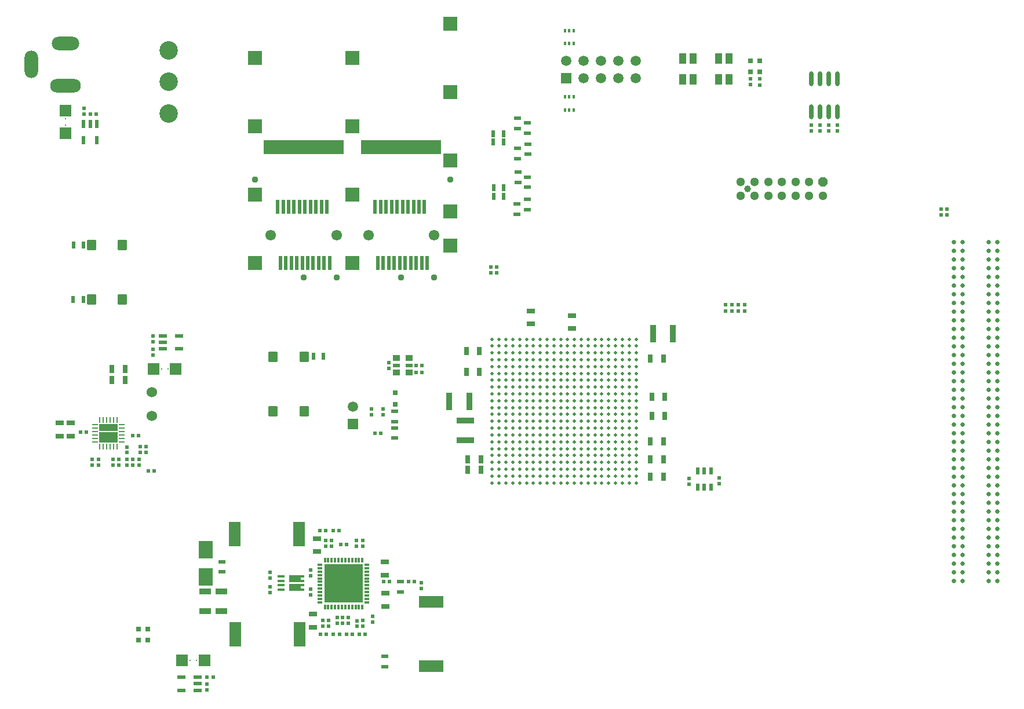
<source format=gbr>
%FSTAX23Y23*%
%MOIN*%
%SFA1B1*%

%IPPOS*%
%AMD22*
4,1,8,-0.025600,0.026700,-0.025600,-0.026700,-0.021800,-0.030500,0.021800,-0.030500,0.025600,-0.026700,0.025600,0.026700,0.021800,0.030500,-0.021800,0.030500,-0.025600,0.026700,0.0*
1,1,0.007677,-0.021800,0.026700*
1,1,0.007677,-0.021800,-0.026700*
1,1,0.007677,0.021800,-0.026700*
1,1,0.007677,0.021800,0.026700*
%
%AMD77*
4,1,8,-0.012800,-0.025600,0.012800,-0.025600,0.025600,-0.012800,0.025600,0.012800,0.012800,0.025600,-0.012800,0.025600,-0.025600,0.012800,-0.025600,-0.012800,-0.012800,-0.025600,0.0*
%
%ADD12C,0.019685*%
%ADD13C,0.025000*%
%ADD14R,0.039370X0.023622*%
%ADD15R,0.023622X0.039370*%
%ADD16R,0.016535X0.023622*%
%ADD17O,0.016535X0.023622*%
%ADD18R,0.023622X0.021654*%
%ADD19R,0.023622X0.043307*%
%ADD20R,0.021654X0.023622*%
%ADD21R,0.031496X0.031496*%
G04~CAMADD=22~8~0.0~0.0~610.2~511.8~38.4~0.0~15~0.0~0.0~0.0~0.0~0~0.0~0.0~0.0~0.0~0~0.0~0.0~0.0~90.0~512.0~610.0*
%ADD22D22*%
%ADD23R,0.027559X0.051181*%
%ADD24R,0.019685X0.078740*%
%ADD25R,0.035433X0.102362*%
%ADD26R,0.043307X0.059055*%
%ADD27R,0.039370X0.035433*%
%ADD28R,0.039370X0.019685*%
%ADD29R,0.051181X0.027559*%
%ADD30R,0.066929X0.035433*%
%ADD31R,0.029921X0.015945*%
%ADD32R,0.038976X0.015945*%
%ADD33R,0.067913X0.038976*%
%ADD34O,0.023622X0.086614*%
%ADD35R,0.140157X0.070079*%
%ADD36R,0.078740X0.098425*%
%ADD37R,0.070079X0.140157*%
%ADD38R,0.102362X0.035433*%
%ADD39R,0.220472X0.220472*%
%ADD40R,0.011811X0.029716*%
%ADD41R,0.029716X0.011811*%
%ADD42R,0.051181X0.021654*%
%ADD43R,0.066929X0.070866*%
%ADD44R,0.010000X0.010000*%
%ADD45R,0.070866X0.066929*%
%ADD46R,0.010000X0.010000*%
%ADD47R,0.021654X0.051181*%
%ADD48R,0.031685X0.009843*%
%ADD49R,0.009843X0.031685*%
%ADD50R,0.106299X0.059055*%
%ADD51R,0.106299X0.041339*%
%ADD52R,0.464566X0.078740*%
%ADD75C,0.039370*%
%ADD76C,0.051181*%
G04~CAMADD=77~4~0.0~0.0~511.8~511.8~0.0~128.0~0~0.0~0.0~0.0~0.0~0~0.0~0.0~0.0~0.0~0~0.0~0.0~0.0~180.0~512.0~512.0*
%ADD77D77*%
%ADD78C,0.059055*%
%ADD79C,0.059055*%
%ADD80O,0.078740X0.157480*%
%ADD81O,0.157480X0.078740*%
%ADD82O,0.177165X0.078740*%
%ADD83R,0.059055X0.059055*%
%ADD84R,0.059055X0.059055*%
%ADD85C,0.106299*%
%ADD86C,0.060000*%
%ADD87C,0.061024*%
%ADD88C,0.037401*%
%ADD89R,0.078740X0.078740*%
%LNatfc_pads_top-1*%
%LPD*%
G54D12*
X03777Y03563D03*
Y03602D03*
Y02775D03*
Y02814D03*
X03501Y02972D03*
Y03011D03*
Y03051D03*
Y0309D03*
Y02775D03*
Y02814D03*
Y03169D03*
Y03208D03*
Y03563D03*
Y03602D03*
X03698Y02854D03*
X03501Y03248D03*
Y03287D03*
Y02854D03*
Y02893D03*
X03698Y03563D03*
Y03602D03*
X0354Y02933D03*
Y02972D03*
X03501Y03366D03*
Y03405D03*
X0354Y02775D03*
X03619Y03563D03*
Y03602D03*
X04328Y02775D03*
X04289D03*
X04249D03*
X0421D03*
X0417D03*
X04131D03*
X04092D03*
X04052D03*
X04013D03*
X03974D03*
X03934D03*
X03895D03*
X03855D03*
X03816D03*
X03737D03*
X03698D03*
X03659D03*
X03619D03*
X0358D03*
X04328Y02814D03*
X04289D03*
X04249D03*
X0421D03*
X0417D03*
X04131D03*
X04092D03*
X04052D03*
X04013D03*
X03974D03*
X03934D03*
X03895D03*
X03855D03*
X03816D03*
X03737D03*
X03698D03*
X03659D03*
X03619D03*
X0358D03*
X0354D03*
X04328Y02854D03*
X04289D03*
X04249D03*
X0421D03*
X0417D03*
X04131D03*
X04092D03*
X04052D03*
X04013D03*
X03974D03*
X03934D03*
X03895D03*
X03855D03*
X03816D03*
X03777D03*
X03737D03*
X03659D03*
X03619D03*
X0358D03*
X0354D03*
X04328Y02893D03*
X04289D03*
X04249D03*
X0421D03*
X0417D03*
X04131D03*
X04092D03*
X04052D03*
X04013D03*
X03974D03*
X03934D03*
X03895D03*
X03855D03*
X03816D03*
X03777D03*
X03737D03*
X03698D03*
X03659D03*
X03619D03*
X0358D03*
X0354D03*
X04328Y02933D03*
X04289D03*
X04249D03*
X0421D03*
X0417D03*
X04131D03*
X04092D03*
X04052D03*
X04013D03*
X03974D03*
X03934D03*
X03895D03*
X03855D03*
X03816D03*
X03777D03*
X03737D03*
X03698D03*
X03619D03*
X0358D03*
X03501D03*
X04328Y02972D03*
X04289D03*
X04249D03*
X0421D03*
X0417D03*
X04131D03*
X04092D03*
X04052D03*
X04013D03*
X03974D03*
X03934D03*
X03895D03*
X03855D03*
X03816D03*
X03777D03*
X03737D03*
X03659D03*
X03619D03*
X0358D03*
X04328Y03011D03*
X04289D03*
X04249D03*
X0421D03*
X0417D03*
X04131D03*
X04092D03*
X04052D03*
X04013D03*
X03974D03*
X03934D03*
X03895D03*
X03855D03*
X03816D03*
X03777D03*
X03737D03*
X03698D03*
X03659D03*
X03619D03*
X0358D03*
X0354D03*
X04328Y03051D03*
X04289D03*
X04249D03*
X0421D03*
X0417D03*
X04131D03*
X04092D03*
X04052D03*
X04013D03*
X03974D03*
X03934D03*
X03895D03*
X03855D03*
X03816D03*
X03777D03*
X03737D03*
X03698D03*
X03659D03*
X03619D03*
X0358D03*
X0354D03*
X04328Y0309D03*
X04289D03*
X04249D03*
X0421D03*
X0417D03*
X04131D03*
X04092D03*
X04052D03*
X04013D03*
X03974D03*
X03934D03*
X03895D03*
X03855D03*
X03816D03*
X03777D03*
X03737D03*
X03698D03*
X03659D03*
X03619D03*
X0358D03*
X0354D03*
X04328Y03129D03*
X04289D03*
X04249D03*
X0421D03*
X0417D03*
X04131D03*
X04092D03*
X04052D03*
X04013D03*
X03974D03*
X03934D03*
X03895D03*
X03855D03*
X03816D03*
X03777D03*
X03737D03*
X03698D03*
X03659D03*
X03619D03*
X0358D03*
X0354D03*
X03501D03*
X04328Y03169D03*
X04289D03*
X04249D03*
X0421D03*
X0417D03*
X04131D03*
X04092D03*
X04052D03*
X04013D03*
X03974D03*
X03934D03*
X03895D03*
X03855D03*
X03816D03*
X03777D03*
X03737D03*
X03698D03*
X03659D03*
X03619D03*
X0358D03*
X0354D03*
X04328Y03208D03*
X04289D03*
X04249D03*
X0421D03*
X0417D03*
X04131D03*
X04092D03*
X04052D03*
X04013D03*
X03974D03*
X03934D03*
X03895D03*
X03855D03*
X03816D03*
X03777D03*
X03737D03*
X03698D03*
X03659D03*
X03619D03*
X0358D03*
X0354D03*
X04328Y03248D03*
X04289D03*
X04249D03*
X0421D03*
X0417D03*
X04131D03*
X04092D03*
X04052D03*
X04013D03*
X03974D03*
X03934D03*
X03895D03*
X03855D03*
X03816D03*
X03777D03*
X03737D03*
X03698D03*
X03659D03*
X03619D03*
X0358D03*
X0354D03*
X04328Y03287D03*
X04289D03*
X04249D03*
X0421D03*
X0417D03*
X04131D03*
X04092D03*
X04052D03*
X04013D03*
X03974D03*
X03934D03*
X03895D03*
X03855D03*
X03816D03*
X03777D03*
X03737D03*
X03698D03*
X03659D03*
X03619D03*
X0358D03*
X0354D03*
X04328Y03326D03*
X04289D03*
X04249D03*
X0421D03*
X0417D03*
X04131D03*
X04092D03*
X04052D03*
X04013D03*
X03974D03*
X03934D03*
X03895D03*
X03855D03*
X03816D03*
X03777D03*
X03737D03*
X03698D03*
X03659D03*
X03619D03*
X0358D03*
X0354D03*
X03501D03*
X04328Y03366D03*
X04289D03*
X04249D03*
X0421D03*
X0417D03*
X04131D03*
X04092D03*
X04052D03*
X04013D03*
X03974D03*
X03934D03*
X03895D03*
X03855D03*
X03816D03*
X03777D03*
X03737D03*
X03698D03*
X03659D03*
X03619D03*
X0358D03*
X0354D03*
X04328Y03405D03*
X04289D03*
X04249D03*
X0421D03*
X0417D03*
X04131D03*
X04092D03*
X04052D03*
X04013D03*
X03974D03*
X03934D03*
X03895D03*
X03855D03*
X03816D03*
X03777D03*
X03737D03*
X03698D03*
X03659D03*
X03619D03*
X0358D03*
X0354D03*
X04328Y03444D03*
X04289D03*
X04249D03*
X0421D03*
X0417D03*
X04131D03*
X04092D03*
X04052D03*
X04013D03*
X03974D03*
X03934D03*
X03895D03*
X03855D03*
X03816D03*
X03777D03*
X03737D03*
X03698D03*
X03659D03*
X03619D03*
X0358D03*
X0354D03*
X04328Y03484D03*
X04289D03*
X04249D03*
X0421D03*
X0417D03*
X04131D03*
X04092D03*
X04052D03*
X04013D03*
X03974D03*
X03934D03*
X03895D03*
X03855D03*
X03816D03*
X03777D03*
X03737D03*
X03698D03*
X03659D03*
X03619D03*
X0358D03*
X0354D03*
X04328Y03523D03*
X04289D03*
X04249D03*
X0421D03*
X0417D03*
X04131D03*
X04092D03*
X04052D03*
X04013D03*
X03974D03*
X03934D03*
X03895D03*
X03855D03*
X03816D03*
X03777D03*
X03737D03*
X03698D03*
X03659D03*
X03619D03*
X0358D03*
X0354D03*
X03501D03*
X04328Y03563D03*
X04289D03*
X04249D03*
X0421D03*
X0417D03*
X04131D03*
X04092D03*
X04052D03*
X04013D03*
X03974D03*
X03934D03*
X03895D03*
X03855D03*
X03816D03*
X03737D03*
X03659D03*
X0358D03*
X0354D03*
X04328Y03602D03*
X04289D03*
X04249D03*
X0421D03*
X0417D03*
X04131D03*
X04092D03*
X04052D03*
X04013D03*
X03974D03*
X03934D03*
X03895D03*
X03855D03*
X03816D03*
X03737D03*
X03659D03*
X0358D03*
X0354D03*
X03698Y02972D03*
X03659Y02933D03*
X03501Y03484D03*
Y03444D03*
G54D13*
X06156Y03359D03*
Y03409D03*
Y03209D03*
Y03259D03*
Y03659D03*
Y03709D03*
Y02609D03*
Y02659D03*
Y03059D03*
Y03109D03*
X06406Y02859D03*
Y02909D03*
Y03059D03*
Y03109D03*
X06356Y03209D03*
X06156Y02309D03*
Y02359D03*
Y02459D03*
Y02509D03*
Y03959D03*
Y04009D03*
X06406Y04159D03*
X06356D03*
X06206D03*
X06156D03*
Y04109D03*
X06406D03*
X06356D03*
X06156Y04059D03*
X06406D03*
X06356D03*
X06206Y04009D03*
X06406D03*
X06206Y03959D03*
X06406D03*
X06156Y03909D03*
X06356D03*
Y03859D03*
X06206Y03809D03*
X06406D03*
X06356D03*
X06206Y03759D03*
X06156D03*
X06406D03*
X06356D03*
X06206Y03709D03*
X06356D03*
X06206Y03659D03*
X06356D03*
X06156Y03609D03*
X06406D03*
X06356D03*
X06406Y03559D03*
X06356D03*
X06206Y03509D03*
Y03459D03*
X06156D03*
X06206Y03409D03*
X06406D03*
X06356D03*
X06206Y03359D03*
X06406D03*
X06356D03*
X06206Y03309D03*
X06156D03*
X06406D03*
X06356D03*
X06206Y03259D03*
X06406D03*
X06356D03*
X06206Y03209D03*
X06406D03*
X06206Y03159D03*
X06156D03*
X06406D03*
X06356D03*
X06206Y03109D03*
X06356D03*
X06206Y03059D03*
X06356D03*
X06206Y03009D03*
X06156D03*
X06406D03*
X06356D03*
X06206Y02959D03*
X06406D03*
X06356D03*
X06206Y02909D03*
Y02859D03*
X06156D03*
X06206Y02809D03*
X06406D03*
X06356D03*
X06206Y02759D03*
X06406D03*
X06356D03*
X06206Y02709D03*
X06156D03*
X06406D03*
X06356D03*
X06206Y02659D03*
X06406D03*
X06356D03*
X06206Y02609D03*
X06406D03*
X06356D03*
X06206Y02559D03*
X06156D03*
X06406D03*
X06356D03*
X06206Y02509D03*
X06406D03*
X06356D03*
X06206Y02459D03*
X06406D03*
X06356D03*
X06156Y02409D03*
X06406D03*
X06356D03*
X06406Y02359D03*
X06356D03*
X06206Y02309D03*
X06406D03*
X06356D03*
X06206Y02259D03*
X06156D03*
X06406D03*
X06356D03*
X06206Y02209D03*
X06156D03*
X06406D03*
X06356D03*
X06156Y03859D03*
Y03809D03*
Y03559D03*
Y03509D03*
Y02959D03*
Y02909D03*
Y02809D03*
Y02759D03*
X06356Y03509D03*
Y03459D03*
Y02909D03*
Y02859D03*
X06206Y04109D03*
Y04059D03*
X06406Y03909D03*
Y03859D03*
X06206Y03909D03*
Y03859D03*
X06406Y03509D03*
Y03459D03*
Y03659D03*
Y03709D03*
X06206Y03609D03*
Y03559D03*
Y02409D03*
Y02359D03*
X06356Y04009D03*
Y03959D03*
G54D14*
X03707Y04725D03*
Y04666D03*
X03647Y04701D03*
Y04642D03*
X03703Y04476D03*
Y04535D03*
X03704Y04407D03*
Y04348D03*
X03645Y04814D03*
Y04873D03*
X03703Y04788D03*
Y04847D03*
X02941Y03128D03*
Y03187D03*
Y03033D03*
Y03092D03*
X02882Y01776D03*
Y01717D03*
X02974Y02207D03*
Y02148D03*
X01945Y02263D03*
Y02322D03*
X03643Y04379D03*
Y0432D03*
X03648Y04504D03*
Y04563D03*
G54D15*
X03567Y04474D03*
X03508D03*
X03566Y04783D03*
X03507D03*
X01148Y03829D03*
X01089D03*
X01092Y04144D03*
X01151D03*
X02472Y03504D03*
X02531D03*
X03566Y04736D03*
X03507D03*
X03567Y04424D03*
X03508D03*
G54D16*
X0392Y05303D03*
X03944D03*
X03969D03*
X0392Y05378D03*
X03944D03*
X03968Y04996D03*
X03944D03*
X0392D03*
X03968Y04922D03*
X03944D03*
G54D17*
X03969Y05378D03*
X0392Y04922D03*
G54D18*
X06116Y04317D03*
X06083D03*
X06116Y04351D03*
X06083D03*
X0186Y01658D03*
X01895D03*
X01224Y04896D03*
X0119D03*
X01523Y02844D03*
X01557D03*
X03063Y03452D03*
X03096D03*
X03063Y03409D03*
X03096D03*
X0291Y02207D03*
X02876D03*
X01132Y03066D03*
X01166D03*
X01508Y02985D03*
X01475D03*
X01467Y03047D03*
X01433D03*
X02622Y01905D03*
X02587D03*
X02547D03*
X02512D03*
X0251Y025D03*
X02544D03*
X02585Y02499D03*
X02619D03*
X0277Y01905D03*
X02735D03*
X02697D03*
X02662D03*
X03054Y02208D03*
X03019D03*
X02664Y02421D03*
X02629D03*
X01509Y0295D03*
X01475D03*
X02825Y0306D03*
X02859D03*
G54D19*
X04758Y02845D03*
X04721D03*
X04683D03*
Y0275D03*
X04721D03*
X04758D03*
G54D20*
X04633Y02766D03*
Y02801D03*
X01861Y01584D03*
Y01618D03*
X01152Y04898D03*
Y04932D03*
X03527Y04017D03*
Y03983D03*
X03493Y04017D03*
Y03983D03*
X04879Y03799D03*
Y03765D03*
X04952Y03799D03*
Y03765D03*
X04915Y03799D03*
Y03765D03*
X04843Y03799D03*
Y03765D03*
X05337Y048D03*
Y04834D03*
X05387Y048D03*
Y04834D03*
X05487Y048D03*
Y04834D03*
X05436Y048D03*
Y04834D03*
X04986Y05102D03*
Y05067D03*
X05038Y05099D03*
Y05064D03*
X02906Y03435D03*
Y03468D03*
X02559Y0195D03*
Y01983D03*
X02456Y02165D03*
Y02132D03*
X02577Y02444D03*
Y0241D03*
X02457Y02274D03*
Y02241D03*
X02722Y01949D03*
Y01982D03*
X02814Y01975D03*
Y02008D03*
X02718Y02444D03*
Y0241D03*
X02641Y01966D03*
Y01999D03*
X02674Y01966D03*
Y01999D03*
X01354Y02911D03*
Y02878D03*
X01399Y02982D03*
Y02949D03*
X01434Y02911D03*
Y02878D03*
X02526Y01949D03*
Y01983D03*
X02223Y02178D03*
Y02143D03*
Y02262D03*
Y02227D03*
X02542Y02445D03*
Y0241D03*
X02755Y01949D03*
Y01983D03*
X02756Y02443D03*
Y02409D03*
X03092Y02168D03*
Y02202D03*
X02608Y02D03*
Y01966D03*
X01399Y02912D03*
Y02878D03*
X01201Y02912D03*
Y02878D03*
X01237Y02912D03*
Y02878D03*
X0147Y02912D03*
Y02878D03*
X01549Y03545D03*
Y03511D03*
Y03621D03*
Y03587D03*
X01318Y02912D03*
Y02878D03*
X02874Y03201D03*
Y03167D03*
X02806Y03201D03*
Y03167D03*
X04807Y0277D03*
Y02805D03*
G54D21*
X02943Y03228D03*
Y03293D03*
X01519Y01935D03*
Y0187D03*
X01467Y01935D03*
Y0187D03*
X04986Y05203D03*
Y05139D03*
X05039Y05205D03*
Y0514D03*
G54D22*
X01197Y03831D03*
Y04144D03*
X01374Y03831D03*
Y04144D03*
X02418Y035D03*
Y03187D03*
X02241Y035D03*
Y03187D03*
G54D23*
X0336Y0285D03*
X03435D03*
Y02909D03*
X0336D03*
X04419Y03161D03*
X04494D03*
Y03271D03*
X04419D03*
X04411Y03492D03*
X04486D03*
Y02909D03*
X04411D03*
X04486Y03015D03*
X04411D03*
X04486Y02811D03*
X04411D03*
X03427Y03414D03*
X03352D03*
Y03535D03*
X03427D03*
X01313Y03367D03*
X01388D03*
X01313Y03431D03*
X01388D03*
G54D24*
X03063Y0404D03*
X03095D03*
X02313D03*
X02874D03*
X02906D03*
X0255Y04363D03*
X02518D03*
X02487D03*
X02455D03*
X02424D03*
X02392D03*
X02361D03*
X02329D03*
X02298D03*
X02266D03*
X02282Y0404D03*
X02345D03*
X02376D03*
X02408D03*
X02439D03*
X02471D03*
X02502D03*
X02534D03*
X02565D03*
X03111Y04363D03*
X03079D03*
X03048D03*
X03016D03*
X02985D03*
X02953D03*
X02922D03*
X0289D03*
X02859D03*
X02827D03*
X02843Y0404D03*
X02937D03*
X02969D03*
X03D03*
X03032D03*
X03126D03*
G54D25*
X04425Y03633D03*
X0454D03*
X03368Y03244D03*
X03253D03*
G54D26*
X04863Y05098D03*
Y05217D03*
X04804D03*
Y05098D03*
X04656D03*
Y05217D03*
X04597D03*
Y05098D03*
G54D27*
X03023Y03494D03*
X02948D03*
X03023Y03409D03*
X02948D03*
G54D28*
X03023Y03452D03*
X02948D03*
G54D29*
X02469Y0202D03*
Y01945D03*
X02885Y0214D03*
Y02065D03*
X02493Y0238D03*
Y02455D03*
X02884Y02244D03*
Y02319D03*
X03724Y0369D03*
Y03765D03*
X0396Y03738D03*
Y03663D03*
X01014Y03044D03*
Y03119D03*
X01076Y03044D03*
Y03119D03*
G54D30*
X01942Y02151D03*
Y02037D03*
X01851Y02151D03*
Y02037D03*
G54D31*
X02405Y02211D03*
Y02186D03*
Y02162D03*
Y02236D03*
G54D32*
X02287Y0216D03*
Y02186D03*
Y02212D03*
Y02238D03*
G54D33*
X02366Y02223D03*
X02366Y02175D03*
G54D34*
X05487Y05099D03*
X05436D03*
X05387D03*
X05337D03*
X05487Y0491D03*
X05436D03*
X05387D03*
X05337D03*
G54D35*
X0315Y0172D03*
Y0209D03*
G54D36*
X01853Y02233D03*
Y0239D03*
G54D37*
X02019Y02482D03*
X02389D03*
X02022Y01905D03*
X02392D03*
G54D38*
X03346Y03021D03*
Y03135D03*
G54D39*
X02646Y02196D03*
G54D40*
X02754Y02061D03*
X02734D03*
X02715D03*
X02695D03*
X02675D03*
X02656D03*
X02636D03*
X02616D03*
X02597D03*
X02577D03*
X02557D03*
X02538D03*
Y02331D03*
X02557D03*
X02577D03*
X02597D03*
X02616D03*
X02636D03*
X02656D03*
X02675D03*
X02695D03*
X02715D03*
X02734D03*
X02754D03*
G54D41*
X02511Y02088D03*
Y02107D03*
Y02127D03*
Y02147D03*
Y02166D03*
Y02186D03*
Y02206D03*
Y02225D03*
Y02245D03*
Y02265D03*
Y02284D03*
Y02304D03*
X02781D03*
Y02284D03*
Y02265D03*
Y02245D03*
Y02225D03*
Y02206D03*
Y02186D03*
Y02166D03*
Y02147D03*
Y02127D03*
Y02107D03*
Y02088D03*
G54D42*
X01605Y03547D03*
Y03622D03*
Y03584D03*
X017Y03547D03*
Y03622D03*
X01807Y01657D03*
Y01582D03*
Y0162D03*
X01712Y01657D03*
Y01582D03*
G54D43*
X01681Y03431D03*
X01552D03*
X01717Y01753D03*
X01847D03*
G54D44*
X01599Y03431D03*
X01635D03*
X018Y01753D03*
X01764D03*
G54D45*
X01045Y04787D03*
Y04917D03*
G54D46*
X01045Y0487D03*
Y04834D03*
G54D47*
X0115Y04841D03*
X01225D03*
X01188D03*
X0115Y04746D03*
X01225D03*
G54D48*
X0137Y03012D03*
Y03032D03*
Y03052D03*
Y03071D03*
Y03091D03*
Y03111D03*
X01217D03*
Y03091D03*
Y03071D03*
Y03052D03*
Y03032D03*
Y03012D03*
G54D49*
X01343Y03138D03*
X01323D03*
X01303D03*
X01284D03*
X01264D03*
X01244D03*
Y02985D03*
X01264D03*
X01284D03*
X01303D03*
X01323D03*
X01343D03*
G54D50*
X01294Y03037D03*
G54D51*
X01294Y03094D03*
G54D52*
X02977Y04706D03*
X02416D03*
G54D75*
X0497Y04468D03*
G54D76*
X0493Y04428D03*
X05009D03*
X05088D03*
X05167D03*
X05245D03*
X05324D03*
X05403D03*
X0493Y04507D03*
X05009D03*
X05088D03*
X05167D03*
X05245D03*
X05324D03*
G54D77*
X05403Y04507D03*
G54D78*
X00996Y05059D03*
X01095D03*
G54D79*
X00849Y05224D03*
Y05146D03*
X01085Y05303D03*
X01006D03*
X03925Y05203D03*
X04025Y05104D03*
Y05203D03*
X04125Y05104D03*
Y05203D03*
X04225Y05104D03*
Y05203D03*
X04325Y05104D03*
Y05203D03*
X02698Y03215D03*
G54D80*
X00849Y05185D03*
G54D81*
X01046Y05303D03*
G54D82*
X01046Y05059D03*
G54D83*
X03925Y05104D03*
G54D84*
X02698Y03115D03*
G54D85*
X0164Y05084D03*
Y05265D03*
Y04902D03*
G54D86*
X01542Y03296D03*
Y03159D03*
G54D87*
X02227Y04202D03*
X02605D03*
X02788Y04202D03*
X03166D03*
G54D88*
X03166Y03958D03*
X02977D03*
X02416D03*
X02605D03*
X03258Y04521D03*
X02135D03*
G54D89*
X03258Y05418D03*
Y05025D03*
Y04631D03*
Y04336D03*
Y04139D03*
X02135Y05221D03*
Y04828D03*
Y04434D03*
Y0404D03*
X02696D03*
Y04434D03*
Y04828D03*
Y05221D03*
M02*
</source>
